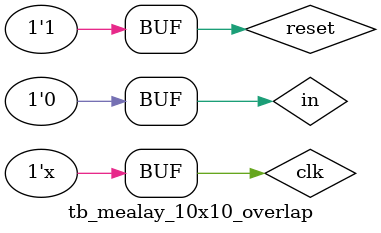
<source format=v>
module mealay_10x10_overlap (
    input clk,reset,in,output reg y
);
    parameter s1=3'b000,s2=3'b001,s3=3'b010,s4=3'b011,s5=3'b100,s6=3'b101,s7=3'b110;
    reg [2:0]cs,ns;

    always @(posedge clk) begin
        if(reset) begin
            cs<=0;
        end
        else begin
            cs<=ns;  
        end  
    end

    always @(cs,in) begin
        case (cs)
            s1:if(in==1) begin ns<=s2;y<=0; end else begin ns<=s1;y<=0; end
            s2:if(in==0) begin ns<=s3;y<=0; end else begin ns<=s2;y<=0; end
            //10110,10010
            s3:if(in==1) begin ns<=s4;y<=0; end else begin ns<=s6;y<=0; end
            //10110
            s4:if(in==1) begin ns<=s5;y<=0; end else begin ns<=s2;y<=0; end
            s5:if(in==0) begin ns<=s2;y<=1; end else begin ns<=s1;y<=0; end
            //10001
            s6:if(in==1) begin ns<=s7;y<=0; end else begin ns<=s1;y<=0; end
            s7:if(in==0) begin ns<=s2;y<=1; end else begin ns<=s1;y<=0; end
            default:ns<=s1;
        endcase
    end
endmodule //mealay_10x10_overlap


module tb_mealay_10x10_overlap ();
    reg clk,reset,in;
    wire y;
    parameter CLK_PERIOD = 10;

    initial begin
    clk = 0;
    reset = 1;
    #10 ;in = 0;
    in=1;#10;
    in=0;#10;
    in=0;#10;
    in=1;#10;
    in=0;#10;

    in=1;#10;
    in=0;#10;
    in=1;#10;
    in=1;#10;
    in=0;#10;
    end

    always #(CLK_PERIOD/2) clk = ~clk;
    initial #5 reset = 0;
    // always #10 in = ~in;

    always @(posedge clk) begin
    $display("Time: %d ns, clk: %d, reset: %d, in: %d, y: %d",$time, clk, reset, in, y);
    end

    mealay_10x10_overlap a1(clk,reset,in,y);
endmodule //mealay_10x10_overlap

</source>
